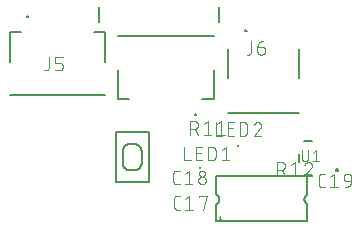
<source format=gbr>
G04 EAGLE Gerber RS-274X export*
G75*
%MOMM*%
%FSLAX34Y34*%
%LPD*%
%INSilkscreen Top*%
%IPPOS*%
%AMOC8*
5,1,8,0,0,1.08239X$1,22.5*%
G01*
%ADD10C,0.203200*%
%ADD11R,0.250000X0.250000*%
%ADD12C,0.101600*%
%ADD13C,0.200000*%
%ADD14C,0.127000*%
%ADD15C,0.076200*%
%ADD16C,0.025400*%


D10*
X355504Y445541D02*
X355504Y432841D01*
X457104Y432841D02*
X457104Y445541D01*
D11*
X441414Y308491D03*
D12*
X427972Y315349D02*
X427972Y327033D01*
X427972Y315349D02*
X433165Y315349D01*
X437878Y315349D02*
X443071Y315349D01*
X437878Y315349D02*
X437878Y327033D01*
X443071Y327033D01*
X441773Y321840D02*
X437878Y321840D01*
X447762Y327033D02*
X447762Y315349D01*
X447762Y327033D02*
X451007Y327033D01*
X451120Y327031D01*
X451233Y327025D01*
X451346Y327015D01*
X451459Y327001D01*
X451571Y326984D01*
X451682Y326962D01*
X451792Y326937D01*
X451902Y326907D01*
X452010Y326874D01*
X452117Y326837D01*
X452223Y326797D01*
X452327Y326752D01*
X452430Y326704D01*
X452531Y326653D01*
X452630Y326598D01*
X452727Y326540D01*
X452822Y326478D01*
X452915Y326413D01*
X453005Y326345D01*
X453093Y326274D01*
X453179Y326199D01*
X453262Y326122D01*
X453342Y326042D01*
X453419Y325959D01*
X453494Y325873D01*
X453565Y325785D01*
X453633Y325695D01*
X453698Y325602D01*
X453760Y325507D01*
X453818Y325410D01*
X453873Y325311D01*
X453924Y325210D01*
X453972Y325107D01*
X454017Y325003D01*
X454057Y324897D01*
X454094Y324790D01*
X454127Y324682D01*
X454157Y324572D01*
X454182Y324462D01*
X454204Y324351D01*
X454221Y324239D01*
X454235Y324126D01*
X454245Y324013D01*
X454251Y323900D01*
X454253Y323787D01*
X454253Y318594D01*
X454251Y318481D01*
X454245Y318368D01*
X454235Y318255D01*
X454221Y318142D01*
X454204Y318030D01*
X454182Y317919D01*
X454157Y317809D01*
X454127Y317699D01*
X454094Y317591D01*
X454057Y317484D01*
X454017Y317378D01*
X453972Y317274D01*
X453924Y317171D01*
X453873Y317070D01*
X453818Y316971D01*
X453760Y316874D01*
X453698Y316779D01*
X453633Y316686D01*
X453565Y316596D01*
X453494Y316508D01*
X453419Y316422D01*
X453342Y316339D01*
X453262Y316259D01*
X453179Y316182D01*
X453093Y316107D01*
X453005Y316036D01*
X452915Y315968D01*
X452822Y315903D01*
X452727Y315841D01*
X452630Y315783D01*
X452531Y315728D01*
X452430Y315677D01*
X452327Y315629D01*
X452223Y315584D01*
X452117Y315544D01*
X452010Y315507D01*
X451902Y315474D01*
X451792Y315444D01*
X451682Y315419D01*
X451571Y315397D01*
X451459Y315380D01*
X451346Y315366D01*
X451233Y315356D01*
X451120Y315350D01*
X451007Y315348D01*
X451007Y315349D02*
X447762Y315349D01*
X459573Y324436D02*
X462818Y327033D01*
X462818Y315349D01*
X459573Y315349D02*
X466064Y315349D01*
D11*
X473255Y327134D03*
D12*
X454844Y336039D02*
X454844Y347723D01*
X454844Y336039D02*
X460037Y336039D01*
X464750Y336039D02*
X469943Y336039D01*
X464750Y336039D02*
X464750Y347723D01*
X469943Y347723D01*
X468644Y342531D02*
X464750Y342531D01*
X474633Y347723D02*
X474633Y336039D01*
X474633Y347723D02*
X477879Y347723D01*
X477879Y347724D02*
X477992Y347722D01*
X478105Y347716D01*
X478218Y347706D01*
X478331Y347692D01*
X478443Y347675D01*
X478554Y347653D01*
X478664Y347628D01*
X478774Y347598D01*
X478882Y347565D01*
X478989Y347528D01*
X479095Y347488D01*
X479199Y347443D01*
X479302Y347395D01*
X479403Y347344D01*
X479502Y347289D01*
X479599Y347231D01*
X479694Y347169D01*
X479787Y347104D01*
X479877Y347036D01*
X479965Y346965D01*
X480051Y346890D01*
X480134Y346813D01*
X480214Y346733D01*
X480291Y346650D01*
X480366Y346564D01*
X480437Y346476D01*
X480505Y346386D01*
X480570Y346293D01*
X480632Y346198D01*
X480690Y346101D01*
X480745Y346002D01*
X480796Y345901D01*
X480844Y345798D01*
X480889Y345694D01*
X480929Y345588D01*
X480966Y345481D01*
X480999Y345373D01*
X481029Y345263D01*
X481054Y345153D01*
X481076Y345042D01*
X481093Y344930D01*
X481107Y344817D01*
X481117Y344704D01*
X481123Y344591D01*
X481125Y344478D01*
X481124Y344478D02*
X481124Y339285D01*
X481125Y339285D02*
X481123Y339172D01*
X481117Y339059D01*
X481107Y338946D01*
X481093Y338833D01*
X481076Y338721D01*
X481054Y338610D01*
X481029Y338500D01*
X480999Y338390D01*
X480966Y338282D01*
X480929Y338175D01*
X480889Y338069D01*
X480844Y337965D01*
X480796Y337862D01*
X480745Y337761D01*
X480690Y337662D01*
X480632Y337565D01*
X480570Y337470D01*
X480505Y337377D01*
X480437Y337287D01*
X480366Y337199D01*
X480291Y337113D01*
X480214Y337030D01*
X480134Y336950D01*
X480051Y336873D01*
X479965Y336798D01*
X479877Y336727D01*
X479787Y336659D01*
X479694Y336594D01*
X479599Y336532D01*
X479502Y336474D01*
X479403Y336419D01*
X479302Y336368D01*
X479199Y336320D01*
X479095Y336275D01*
X478989Y336235D01*
X478882Y336198D01*
X478774Y336165D01*
X478664Y336135D01*
X478554Y336110D01*
X478443Y336088D01*
X478331Y336071D01*
X478218Y336057D01*
X478105Y336047D01*
X477992Y336041D01*
X477879Y336039D01*
X474633Y336039D01*
X490014Y347723D02*
X490121Y347721D01*
X490227Y347715D01*
X490333Y347705D01*
X490439Y347692D01*
X490545Y347674D01*
X490649Y347653D01*
X490753Y347628D01*
X490856Y347599D01*
X490957Y347567D01*
X491057Y347530D01*
X491156Y347490D01*
X491254Y347447D01*
X491350Y347400D01*
X491444Y347349D01*
X491536Y347295D01*
X491626Y347238D01*
X491714Y347178D01*
X491799Y347114D01*
X491882Y347047D01*
X491963Y346977D01*
X492041Y346905D01*
X492117Y346829D01*
X492189Y346751D01*
X492259Y346670D01*
X492326Y346587D01*
X492390Y346502D01*
X492450Y346414D01*
X492507Y346324D01*
X492561Y346232D01*
X492612Y346138D01*
X492659Y346042D01*
X492702Y345944D01*
X492742Y345845D01*
X492779Y345745D01*
X492811Y345644D01*
X492840Y345541D01*
X492865Y345437D01*
X492886Y345333D01*
X492904Y345227D01*
X492917Y345121D01*
X492927Y345015D01*
X492933Y344909D01*
X492935Y344802D01*
X490014Y347724D02*
X489893Y347722D01*
X489772Y347716D01*
X489652Y347706D01*
X489531Y347693D01*
X489412Y347675D01*
X489292Y347654D01*
X489174Y347629D01*
X489057Y347600D01*
X488940Y347567D01*
X488825Y347531D01*
X488711Y347490D01*
X488598Y347447D01*
X488486Y347399D01*
X488377Y347348D01*
X488269Y347293D01*
X488162Y347235D01*
X488058Y347174D01*
X487956Y347109D01*
X487856Y347041D01*
X487758Y346970D01*
X487662Y346896D01*
X487569Y346819D01*
X487479Y346738D01*
X487391Y346655D01*
X487306Y346569D01*
X487223Y346480D01*
X487144Y346389D01*
X487067Y346295D01*
X486994Y346199D01*
X486924Y346101D01*
X486857Y346000D01*
X486793Y345897D01*
X486733Y345792D01*
X486676Y345685D01*
X486622Y345577D01*
X486572Y345467D01*
X486526Y345355D01*
X486483Y345242D01*
X486444Y345127D01*
X491962Y342530D02*
X492041Y342607D01*
X492117Y342688D01*
X492190Y342771D01*
X492260Y342856D01*
X492327Y342944D01*
X492391Y343034D01*
X492451Y343126D01*
X492508Y343221D01*
X492562Y343317D01*
X492613Y343415D01*
X492660Y343515D01*
X492704Y343617D01*
X492744Y343720D01*
X492780Y343824D01*
X492812Y343930D01*
X492841Y344036D01*
X492866Y344144D01*
X492888Y344252D01*
X492905Y344362D01*
X492919Y344471D01*
X492928Y344581D01*
X492934Y344692D01*
X492936Y344802D01*
X491962Y342531D02*
X486444Y336039D01*
X492935Y336039D01*
D13*
X555878Y307178D02*
X555880Y307241D01*
X555886Y307303D01*
X555896Y307365D01*
X555909Y307427D01*
X555927Y307487D01*
X555948Y307546D01*
X555973Y307604D01*
X556002Y307660D01*
X556034Y307714D01*
X556069Y307766D01*
X556107Y307815D01*
X556149Y307863D01*
X556193Y307907D01*
X556241Y307949D01*
X556290Y307987D01*
X556342Y308022D01*
X556396Y308054D01*
X556452Y308083D01*
X556510Y308108D01*
X556569Y308129D01*
X556629Y308147D01*
X556691Y308160D01*
X556753Y308170D01*
X556815Y308176D01*
X556878Y308178D01*
X556941Y308176D01*
X557003Y308170D01*
X557065Y308160D01*
X557127Y308147D01*
X557187Y308129D01*
X557246Y308108D01*
X557304Y308083D01*
X557360Y308054D01*
X557414Y308022D01*
X557466Y307987D01*
X557515Y307949D01*
X557563Y307907D01*
X557607Y307863D01*
X557649Y307815D01*
X557687Y307766D01*
X557722Y307714D01*
X557754Y307660D01*
X557783Y307604D01*
X557808Y307546D01*
X557829Y307487D01*
X557847Y307427D01*
X557860Y307365D01*
X557870Y307303D01*
X557876Y307241D01*
X557878Y307178D01*
X557876Y307115D01*
X557870Y307053D01*
X557860Y306991D01*
X557847Y306929D01*
X557829Y306869D01*
X557808Y306810D01*
X557783Y306752D01*
X557754Y306696D01*
X557722Y306642D01*
X557687Y306590D01*
X557649Y306541D01*
X557607Y306493D01*
X557563Y306449D01*
X557515Y306407D01*
X557466Y306369D01*
X557414Y306334D01*
X557360Y306302D01*
X557304Y306273D01*
X557246Y306248D01*
X557187Y306227D01*
X557127Y306209D01*
X557065Y306196D01*
X557003Y306186D01*
X556941Y306180D01*
X556878Y306178D01*
X556815Y306180D01*
X556753Y306186D01*
X556691Y306196D01*
X556629Y306209D01*
X556569Y306227D01*
X556510Y306248D01*
X556452Y306273D01*
X556396Y306302D01*
X556342Y306334D01*
X556290Y306369D01*
X556241Y306407D01*
X556193Y306449D01*
X556149Y306493D01*
X556107Y306541D01*
X556069Y306590D01*
X556034Y306642D01*
X556002Y306696D01*
X555973Y306752D01*
X555948Y306810D01*
X555927Y306869D01*
X555909Y306929D01*
X555896Y306991D01*
X555886Y307053D01*
X555880Y307115D01*
X555878Y307178D01*
D14*
X536078Y303178D02*
X529478Y303178D01*
X524778Y314328D02*
X524778Y321028D01*
X529478Y332178D02*
X536078Y332178D01*
D15*
X527504Y323916D02*
X527504Y317129D01*
X527503Y317129D02*
X527505Y317028D01*
X527511Y316927D01*
X527521Y316826D01*
X527534Y316726D01*
X527552Y316626D01*
X527573Y316527D01*
X527599Y316429D01*
X527628Y316332D01*
X527660Y316236D01*
X527697Y316142D01*
X527737Y316049D01*
X527781Y315957D01*
X527828Y315868D01*
X527879Y315780D01*
X527933Y315694D01*
X527990Y315611D01*
X528050Y315529D01*
X528114Y315451D01*
X528180Y315374D01*
X528250Y315301D01*
X528322Y315230D01*
X528397Y315162D01*
X528475Y315097D01*
X528555Y315035D01*
X528637Y314976D01*
X528722Y314920D01*
X528809Y314868D01*
X528897Y314819D01*
X528988Y314773D01*
X529080Y314732D01*
X529174Y314693D01*
X529269Y314659D01*
X529365Y314628D01*
X529463Y314601D01*
X529561Y314577D01*
X529661Y314558D01*
X529761Y314542D01*
X529861Y314530D01*
X529962Y314522D01*
X530063Y314518D01*
X530165Y314518D01*
X530266Y314522D01*
X530367Y314530D01*
X530467Y314542D01*
X530567Y314558D01*
X530667Y314577D01*
X530765Y314601D01*
X530863Y314628D01*
X530959Y314659D01*
X531054Y314693D01*
X531148Y314732D01*
X531240Y314773D01*
X531331Y314819D01*
X531420Y314868D01*
X531506Y314920D01*
X531591Y314976D01*
X531673Y315035D01*
X531753Y315097D01*
X531831Y315162D01*
X531906Y315230D01*
X531978Y315301D01*
X532048Y315374D01*
X532114Y315451D01*
X532178Y315529D01*
X532238Y315611D01*
X532295Y315694D01*
X532349Y315780D01*
X532400Y315868D01*
X532447Y315957D01*
X532491Y316049D01*
X532531Y316142D01*
X532568Y316236D01*
X532600Y316332D01*
X532629Y316429D01*
X532655Y316527D01*
X532676Y316626D01*
X532694Y316726D01*
X532707Y316826D01*
X532717Y316927D01*
X532723Y317028D01*
X532725Y317129D01*
X532725Y323916D01*
X536953Y321828D02*
X539563Y323916D01*
X539563Y314518D01*
X536953Y314518D02*
X542174Y314518D01*
D13*
X361043Y370472D02*
X280043Y370472D01*
X280043Y398972D02*
X280043Y423972D01*
X361043Y423972D02*
X361043Y398972D01*
X289593Y423972D02*
X280043Y423972D01*
X351493Y423972D02*
X361043Y423972D01*
X294960Y437242D02*
X294962Y437284D01*
X294968Y437326D01*
X294978Y437368D01*
X294991Y437408D01*
X295009Y437447D01*
X295030Y437484D01*
X295054Y437518D01*
X295082Y437551D01*
X295112Y437581D01*
X295145Y437607D01*
X295180Y437631D01*
X295218Y437651D01*
X295257Y437667D01*
X295297Y437680D01*
X295339Y437689D01*
X295381Y437694D01*
X295424Y437695D01*
X295466Y437692D01*
X295508Y437685D01*
X295549Y437674D01*
X295589Y437659D01*
X295627Y437641D01*
X295664Y437619D01*
X295698Y437594D01*
X295730Y437566D01*
X295758Y437535D01*
X295784Y437501D01*
X295807Y437465D01*
X295826Y437428D01*
X295842Y437388D01*
X295854Y437347D01*
X295862Y437306D01*
X295866Y437263D01*
X295866Y437221D01*
X295862Y437178D01*
X295854Y437137D01*
X295842Y437096D01*
X295826Y437056D01*
X295807Y437019D01*
X295784Y436983D01*
X295758Y436949D01*
X295730Y436918D01*
X295698Y436890D01*
X295664Y436865D01*
X295627Y436843D01*
X295589Y436825D01*
X295549Y436810D01*
X295508Y436799D01*
X295466Y436792D01*
X295424Y436789D01*
X295381Y436790D01*
X295339Y436795D01*
X295297Y436804D01*
X295257Y436817D01*
X295218Y436833D01*
X295180Y436853D01*
X295145Y436877D01*
X295112Y436903D01*
X295082Y436933D01*
X295054Y436966D01*
X295030Y437000D01*
X295009Y437037D01*
X294991Y437076D01*
X294978Y437116D01*
X294968Y437158D01*
X294962Y437200D01*
X294960Y437242D01*
D12*
X313008Y403204D02*
X313008Y394116D01*
X313006Y394017D01*
X313000Y393917D01*
X312991Y393818D01*
X312978Y393720D01*
X312961Y393622D01*
X312940Y393524D01*
X312915Y393428D01*
X312887Y393333D01*
X312855Y393239D01*
X312820Y393146D01*
X312781Y393054D01*
X312738Y392964D01*
X312693Y392876D01*
X312643Y392789D01*
X312591Y392705D01*
X312535Y392622D01*
X312477Y392542D01*
X312415Y392464D01*
X312350Y392389D01*
X312282Y392316D01*
X312212Y392246D01*
X312139Y392178D01*
X312064Y392113D01*
X311986Y392051D01*
X311906Y391993D01*
X311823Y391937D01*
X311739Y391885D01*
X311652Y391835D01*
X311564Y391790D01*
X311474Y391747D01*
X311382Y391708D01*
X311289Y391673D01*
X311195Y391641D01*
X311100Y391613D01*
X311004Y391588D01*
X310906Y391567D01*
X310808Y391550D01*
X310710Y391537D01*
X310611Y391528D01*
X310511Y391522D01*
X310412Y391520D01*
X309113Y391520D01*
X318281Y391520D02*
X322176Y391520D01*
X322275Y391522D01*
X322375Y391528D01*
X322474Y391537D01*
X322572Y391550D01*
X322670Y391567D01*
X322768Y391588D01*
X322864Y391613D01*
X322959Y391641D01*
X323053Y391673D01*
X323146Y391708D01*
X323238Y391747D01*
X323328Y391790D01*
X323416Y391835D01*
X323503Y391885D01*
X323587Y391937D01*
X323670Y391993D01*
X323750Y392051D01*
X323828Y392113D01*
X323903Y392178D01*
X323976Y392246D01*
X324046Y392316D01*
X324114Y392389D01*
X324179Y392464D01*
X324241Y392542D01*
X324299Y392622D01*
X324355Y392705D01*
X324407Y392789D01*
X324457Y392876D01*
X324502Y392964D01*
X324545Y393054D01*
X324584Y393146D01*
X324619Y393239D01*
X324651Y393333D01*
X324679Y393428D01*
X324704Y393524D01*
X324725Y393622D01*
X324742Y393720D01*
X324755Y393818D01*
X324764Y393917D01*
X324770Y394017D01*
X324772Y394116D01*
X324773Y394116D02*
X324773Y395414D01*
X324772Y395414D02*
X324770Y395513D01*
X324764Y395613D01*
X324755Y395712D01*
X324742Y395810D01*
X324725Y395908D01*
X324704Y396006D01*
X324679Y396102D01*
X324651Y396197D01*
X324619Y396291D01*
X324584Y396384D01*
X324545Y396476D01*
X324502Y396566D01*
X324457Y396654D01*
X324407Y396741D01*
X324355Y396825D01*
X324299Y396908D01*
X324241Y396988D01*
X324179Y397066D01*
X324114Y397141D01*
X324046Y397214D01*
X323976Y397284D01*
X323903Y397352D01*
X323828Y397417D01*
X323750Y397479D01*
X323670Y397537D01*
X323587Y397593D01*
X323503Y397645D01*
X323416Y397695D01*
X323328Y397740D01*
X323238Y397783D01*
X323146Y397822D01*
X323053Y397857D01*
X322959Y397889D01*
X322864Y397917D01*
X322768Y397942D01*
X322670Y397963D01*
X322572Y397980D01*
X322474Y397993D01*
X322375Y398002D01*
X322275Y398008D01*
X322176Y398010D01*
X322176Y398011D02*
X318281Y398011D01*
X318281Y403204D01*
X324773Y403204D01*
D13*
X464751Y409369D02*
X464751Y384889D01*
X464751Y355869D02*
X524751Y355869D01*
X524751Y384889D02*
X524751Y409369D01*
X479451Y425109D02*
X479453Y425154D01*
X479459Y425199D01*
X479469Y425244D01*
X479482Y425287D01*
X479500Y425329D01*
X479521Y425369D01*
X479545Y425407D01*
X479573Y425443D01*
X479603Y425477D01*
X479637Y425507D01*
X479673Y425535D01*
X479711Y425559D01*
X479751Y425580D01*
X479793Y425598D01*
X479836Y425611D01*
X479881Y425621D01*
X479926Y425627D01*
X479971Y425629D01*
X480016Y425627D01*
X480061Y425621D01*
X480106Y425611D01*
X480149Y425598D01*
X480191Y425580D01*
X480231Y425559D01*
X480269Y425535D01*
X480305Y425507D01*
X480339Y425477D01*
X480369Y425443D01*
X480397Y425407D01*
X480421Y425369D01*
X480442Y425329D01*
X480460Y425287D01*
X480473Y425244D01*
X480483Y425199D01*
X480489Y425154D01*
X480491Y425109D01*
X480489Y425064D01*
X480483Y425019D01*
X480473Y424974D01*
X480460Y424931D01*
X480442Y424889D01*
X480421Y424849D01*
X480397Y424811D01*
X480369Y424775D01*
X480339Y424741D01*
X480305Y424711D01*
X480269Y424683D01*
X480231Y424659D01*
X480191Y424638D01*
X480149Y424620D01*
X480106Y424607D01*
X480061Y424597D01*
X480016Y424591D01*
X479971Y424589D01*
X479926Y424591D01*
X479881Y424597D01*
X479836Y424607D01*
X479793Y424620D01*
X479751Y424638D01*
X479711Y424659D01*
X479673Y424683D01*
X479637Y424711D01*
X479603Y424741D01*
X479573Y424775D01*
X479545Y424811D01*
X479521Y424849D01*
X479500Y424889D01*
X479482Y424931D01*
X479469Y424974D01*
X479459Y425019D01*
X479453Y425064D01*
X479451Y425109D01*
D12*
X484390Y416501D02*
X484390Y407414D01*
X484389Y407414D02*
X484387Y407315D01*
X484381Y407215D01*
X484372Y407116D01*
X484359Y407018D01*
X484342Y406920D01*
X484321Y406822D01*
X484296Y406726D01*
X484268Y406631D01*
X484236Y406537D01*
X484201Y406444D01*
X484162Y406352D01*
X484119Y406262D01*
X484074Y406174D01*
X484024Y406087D01*
X483972Y406003D01*
X483916Y405920D01*
X483858Y405840D01*
X483796Y405762D01*
X483731Y405687D01*
X483663Y405614D01*
X483593Y405544D01*
X483520Y405476D01*
X483445Y405411D01*
X483367Y405349D01*
X483287Y405291D01*
X483204Y405235D01*
X483120Y405183D01*
X483033Y405133D01*
X482945Y405088D01*
X482855Y405045D01*
X482763Y405006D01*
X482670Y404971D01*
X482576Y404939D01*
X482481Y404911D01*
X482385Y404886D01*
X482287Y404865D01*
X482189Y404848D01*
X482091Y404835D01*
X481992Y404826D01*
X481892Y404820D01*
X481793Y404818D01*
X481793Y404817D02*
X480495Y404817D01*
X489663Y411308D02*
X493558Y411308D01*
X493657Y411306D01*
X493757Y411300D01*
X493856Y411291D01*
X493954Y411278D01*
X494052Y411261D01*
X494150Y411240D01*
X494246Y411215D01*
X494341Y411187D01*
X494435Y411155D01*
X494528Y411120D01*
X494620Y411081D01*
X494710Y411038D01*
X494798Y410993D01*
X494885Y410943D01*
X494969Y410891D01*
X495052Y410835D01*
X495132Y410777D01*
X495210Y410715D01*
X495285Y410650D01*
X495358Y410582D01*
X495428Y410512D01*
X495496Y410439D01*
X495561Y410364D01*
X495623Y410286D01*
X495681Y410206D01*
X495737Y410123D01*
X495789Y410039D01*
X495839Y409952D01*
X495884Y409864D01*
X495927Y409774D01*
X495966Y409682D01*
X496001Y409589D01*
X496033Y409495D01*
X496061Y409400D01*
X496086Y409304D01*
X496107Y409206D01*
X496124Y409108D01*
X496137Y409010D01*
X496146Y408911D01*
X496152Y408811D01*
X496154Y408712D01*
X496154Y408063D01*
X496155Y408063D02*
X496153Y407950D01*
X496147Y407837D01*
X496137Y407724D01*
X496123Y407611D01*
X496106Y407499D01*
X496084Y407388D01*
X496059Y407278D01*
X496029Y407168D01*
X495996Y407060D01*
X495959Y406953D01*
X495919Y406847D01*
X495874Y406743D01*
X495826Y406640D01*
X495775Y406539D01*
X495720Y406440D01*
X495662Y406343D01*
X495600Y406248D01*
X495535Y406155D01*
X495467Y406065D01*
X495396Y405977D01*
X495321Y405891D01*
X495244Y405808D01*
X495164Y405728D01*
X495081Y405651D01*
X494995Y405576D01*
X494907Y405505D01*
X494817Y405437D01*
X494724Y405372D01*
X494629Y405310D01*
X494532Y405252D01*
X494433Y405197D01*
X494332Y405146D01*
X494229Y405098D01*
X494125Y405053D01*
X494019Y405013D01*
X493912Y404976D01*
X493804Y404943D01*
X493694Y404913D01*
X493584Y404888D01*
X493473Y404866D01*
X493361Y404849D01*
X493248Y404835D01*
X493135Y404825D01*
X493022Y404819D01*
X492909Y404817D01*
X492796Y404819D01*
X492683Y404825D01*
X492570Y404835D01*
X492457Y404849D01*
X492345Y404866D01*
X492234Y404888D01*
X492124Y404913D01*
X492014Y404943D01*
X491906Y404976D01*
X491799Y405013D01*
X491693Y405053D01*
X491589Y405098D01*
X491486Y405146D01*
X491385Y405197D01*
X491286Y405252D01*
X491189Y405310D01*
X491094Y405372D01*
X491001Y405437D01*
X490911Y405505D01*
X490823Y405576D01*
X490737Y405651D01*
X490654Y405728D01*
X490574Y405808D01*
X490497Y405891D01*
X490422Y405977D01*
X490351Y406065D01*
X490283Y406155D01*
X490218Y406248D01*
X490156Y406343D01*
X490098Y406440D01*
X490043Y406539D01*
X489992Y406640D01*
X489944Y406743D01*
X489899Y406847D01*
X489859Y406953D01*
X489822Y407060D01*
X489789Y407168D01*
X489759Y407278D01*
X489734Y407388D01*
X489712Y407499D01*
X489695Y407611D01*
X489681Y407724D01*
X489671Y407837D01*
X489665Y407950D01*
X489663Y408063D01*
X489663Y411308D01*
X489665Y411451D01*
X489671Y411594D01*
X489681Y411737D01*
X489695Y411879D01*
X489712Y412021D01*
X489734Y412163D01*
X489759Y412304D01*
X489789Y412444D01*
X489822Y412583D01*
X489859Y412721D01*
X489900Y412858D01*
X489944Y412994D01*
X489993Y413129D01*
X490045Y413262D01*
X490100Y413394D01*
X490160Y413524D01*
X490223Y413653D01*
X490289Y413780D01*
X490359Y413904D01*
X490432Y414027D01*
X490509Y414148D01*
X490589Y414267D01*
X490672Y414383D01*
X490758Y414498D01*
X490847Y414609D01*
X490940Y414719D01*
X491035Y414825D01*
X491134Y414929D01*
X491235Y415030D01*
X491339Y415129D01*
X491445Y415224D01*
X491555Y415317D01*
X491666Y415406D01*
X491781Y415492D01*
X491897Y415575D01*
X492016Y415655D01*
X492137Y415732D01*
X492259Y415805D01*
X492384Y415875D01*
X492511Y415941D01*
X492640Y416004D01*
X492770Y416064D01*
X492902Y416119D01*
X493035Y416171D01*
X493170Y416220D01*
X493306Y416264D01*
X493443Y416305D01*
X493581Y416342D01*
X493720Y416375D01*
X493860Y416405D01*
X494001Y416430D01*
X494143Y416452D01*
X494285Y416469D01*
X494427Y416483D01*
X494570Y416493D01*
X494713Y416499D01*
X494856Y416501D01*
D10*
X532025Y263730D02*
X455025Y263730D01*
X532025Y263730D02*
X532025Y278730D01*
X532025Y286730D02*
X532025Y301730D01*
X455025Y301730D01*
X455025Y286730D01*
X455025Y278730D02*
X455025Y263730D01*
X455025Y278730D02*
X455143Y278788D01*
X455259Y278850D01*
X455373Y278915D01*
X455485Y278983D01*
X455595Y279055D01*
X455703Y279130D01*
X455809Y279208D01*
X455912Y279289D01*
X456013Y279373D01*
X456111Y279460D01*
X456207Y279550D01*
X456300Y279643D01*
X456390Y279739D01*
X456477Y279837D01*
X456562Y279938D01*
X456643Y280041D01*
X456721Y280146D01*
X456796Y280254D01*
X456868Y280364D01*
X456937Y280476D01*
X457002Y280590D01*
X457063Y280706D01*
X457122Y280824D01*
X457177Y280943D01*
X457228Y281064D01*
X457275Y281187D01*
X457319Y281310D01*
X457360Y281436D01*
X457396Y281562D01*
X457429Y281689D01*
X457458Y281817D01*
X457483Y281946D01*
X457504Y282076D01*
X457522Y282206D01*
X457535Y282336D01*
X457545Y282467D01*
X457551Y282599D01*
X457553Y282730D01*
X457551Y282861D01*
X457545Y282993D01*
X457535Y283124D01*
X457522Y283254D01*
X457504Y283384D01*
X457483Y283514D01*
X457458Y283643D01*
X457429Y283771D01*
X457396Y283898D01*
X457360Y284024D01*
X457319Y284150D01*
X457275Y284273D01*
X457228Y284396D01*
X457177Y284517D01*
X457122Y284636D01*
X457063Y284754D01*
X457002Y284870D01*
X456937Y284984D01*
X456868Y285096D01*
X456796Y285206D01*
X456721Y285314D01*
X456643Y285419D01*
X456562Y285522D01*
X456477Y285623D01*
X456390Y285721D01*
X456300Y285817D01*
X456207Y285910D01*
X456111Y286000D01*
X456013Y286087D01*
X455912Y286171D01*
X455809Y286252D01*
X455703Y286330D01*
X455595Y286405D01*
X455485Y286477D01*
X455373Y286545D01*
X455259Y286610D01*
X455143Y286672D01*
X455025Y286730D01*
X532025Y286730D02*
X531907Y286672D01*
X531791Y286610D01*
X531677Y286545D01*
X531565Y286477D01*
X531455Y286405D01*
X531347Y286330D01*
X531241Y286252D01*
X531138Y286171D01*
X531037Y286087D01*
X530939Y286000D01*
X530843Y285910D01*
X530750Y285817D01*
X530660Y285721D01*
X530573Y285623D01*
X530488Y285522D01*
X530407Y285419D01*
X530329Y285314D01*
X530254Y285206D01*
X530182Y285096D01*
X530113Y284984D01*
X530048Y284870D01*
X529987Y284754D01*
X529928Y284636D01*
X529873Y284517D01*
X529822Y284396D01*
X529775Y284273D01*
X529731Y284150D01*
X529690Y284024D01*
X529654Y283898D01*
X529621Y283771D01*
X529592Y283643D01*
X529567Y283514D01*
X529546Y283384D01*
X529528Y283254D01*
X529515Y283124D01*
X529505Y282993D01*
X529499Y282861D01*
X529497Y282730D01*
X529499Y282599D01*
X529505Y282467D01*
X529515Y282336D01*
X529528Y282206D01*
X529546Y282076D01*
X529567Y281946D01*
X529592Y281817D01*
X529621Y281689D01*
X529654Y281562D01*
X529690Y281436D01*
X529731Y281310D01*
X529775Y281187D01*
X529822Y281064D01*
X529873Y280943D01*
X529928Y280824D01*
X529987Y280706D01*
X530048Y280590D01*
X530113Y280476D01*
X530182Y280364D01*
X530254Y280254D01*
X530329Y280146D01*
X530407Y280041D01*
X530488Y279938D01*
X530573Y279837D01*
X530660Y279739D01*
X530750Y279643D01*
X530843Y279550D01*
X530939Y279460D01*
X531037Y279373D01*
X531138Y279289D01*
X531241Y279208D01*
X531347Y279130D01*
X531455Y279055D01*
X531565Y278983D01*
X531677Y278915D01*
X531791Y278850D01*
X531907Y278788D01*
X532025Y278730D01*
D16*
X457928Y268151D02*
X457152Y267530D01*
X457928Y268151D02*
X457928Y265357D01*
X457152Y265357D02*
X458704Y265357D01*
D13*
X452694Y420787D02*
X371694Y420787D01*
X452694Y392287D02*
X452694Y367287D01*
X371694Y367287D02*
X371694Y392287D01*
X443144Y367287D02*
X452694Y367287D01*
X381244Y367287D02*
X371694Y367287D01*
X436871Y354017D02*
X436873Y354059D01*
X436879Y354101D01*
X436889Y354143D01*
X436902Y354183D01*
X436920Y354222D01*
X436941Y354259D01*
X436965Y354293D01*
X436993Y354326D01*
X437023Y354356D01*
X437056Y354382D01*
X437091Y354406D01*
X437129Y354426D01*
X437168Y354442D01*
X437208Y354455D01*
X437250Y354464D01*
X437292Y354469D01*
X437335Y354470D01*
X437377Y354467D01*
X437419Y354460D01*
X437460Y354449D01*
X437500Y354434D01*
X437538Y354416D01*
X437575Y354394D01*
X437609Y354369D01*
X437641Y354341D01*
X437669Y354310D01*
X437695Y354276D01*
X437718Y354240D01*
X437737Y354203D01*
X437753Y354163D01*
X437765Y354122D01*
X437773Y354081D01*
X437777Y354038D01*
X437777Y353996D01*
X437773Y353953D01*
X437765Y353912D01*
X437753Y353871D01*
X437737Y353831D01*
X437718Y353794D01*
X437695Y353758D01*
X437669Y353724D01*
X437641Y353693D01*
X437609Y353665D01*
X437575Y353640D01*
X437538Y353618D01*
X437500Y353600D01*
X437460Y353585D01*
X437419Y353574D01*
X437377Y353567D01*
X437335Y353564D01*
X437292Y353565D01*
X437250Y353570D01*
X437208Y353579D01*
X437168Y353592D01*
X437129Y353608D01*
X437091Y353628D01*
X437056Y353652D01*
X437023Y353678D01*
X436993Y353708D01*
X436965Y353741D01*
X436941Y353775D01*
X436920Y353812D01*
X436902Y353851D01*
X436889Y353891D01*
X436879Y353933D01*
X436873Y353975D01*
X436871Y354017D01*
D14*
X397624Y339287D02*
X397624Y297287D01*
X369624Y297287D01*
X369624Y339287D01*
X397624Y339287D01*
X381624Y329287D02*
X381472Y329285D01*
X381320Y329279D01*
X381168Y329270D01*
X381017Y329256D01*
X380866Y329239D01*
X380715Y329218D01*
X380565Y329193D01*
X380416Y329164D01*
X380268Y329132D01*
X380120Y329095D01*
X379973Y329056D01*
X379828Y329012D01*
X379683Y328964D01*
X379540Y328914D01*
X379398Y328859D01*
X379258Y328801D01*
X379119Y328739D01*
X378982Y328674D01*
X378846Y328605D01*
X378712Y328533D01*
X378580Y328458D01*
X378450Y328379D01*
X378322Y328297D01*
X378196Y328212D01*
X378073Y328123D01*
X377951Y328032D01*
X377832Y327937D01*
X377716Y327840D01*
X377602Y327739D01*
X377490Y327636D01*
X377381Y327530D01*
X377275Y327421D01*
X377172Y327309D01*
X377071Y327195D01*
X376974Y327079D01*
X376879Y326960D01*
X376788Y326838D01*
X376699Y326715D01*
X376614Y326589D01*
X376532Y326461D01*
X376453Y326331D01*
X376378Y326199D01*
X376306Y326065D01*
X376237Y325929D01*
X376172Y325792D01*
X376110Y325653D01*
X376052Y325513D01*
X375997Y325371D01*
X375947Y325228D01*
X375899Y325083D01*
X375855Y324938D01*
X375816Y324791D01*
X375779Y324643D01*
X375747Y324495D01*
X375718Y324346D01*
X375693Y324196D01*
X375672Y324045D01*
X375655Y323894D01*
X375641Y323743D01*
X375632Y323591D01*
X375626Y323439D01*
X375624Y323287D01*
X381624Y329287D02*
X385624Y329287D01*
X385776Y329285D01*
X385928Y329279D01*
X386080Y329270D01*
X386231Y329256D01*
X386382Y329239D01*
X386533Y329218D01*
X386683Y329193D01*
X386832Y329164D01*
X386980Y329132D01*
X387128Y329095D01*
X387275Y329056D01*
X387420Y329012D01*
X387565Y328964D01*
X387708Y328914D01*
X387850Y328859D01*
X387990Y328801D01*
X388129Y328739D01*
X388266Y328674D01*
X388402Y328605D01*
X388536Y328533D01*
X388668Y328458D01*
X388798Y328379D01*
X388926Y328297D01*
X389052Y328212D01*
X389175Y328123D01*
X389297Y328032D01*
X389416Y327937D01*
X389532Y327840D01*
X389646Y327739D01*
X389758Y327636D01*
X389867Y327530D01*
X389973Y327421D01*
X390076Y327309D01*
X390177Y327195D01*
X390274Y327079D01*
X390369Y326960D01*
X390460Y326838D01*
X390549Y326715D01*
X390634Y326589D01*
X390716Y326461D01*
X390795Y326331D01*
X390870Y326199D01*
X390942Y326065D01*
X391011Y325929D01*
X391076Y325792D01*
X391138Y325653D01*
X391196Y325513D01*
X391251Y325371D01*
X391301Y325228D01*
X391349Y325083D01*
X391393Y324938D01*
X391432Y324791D01*
X391469Y324643D01*
X391501Y324495D01*
X391530Y324346D01*
X391555Y324196D01*
X391576Y324045D01*
X391593Y323894D01*
X391607Y323743D01*
X391616Y323591D01*
X391622Y323439D01*
X391624Y323287D01*
X391624Y313287D01*
X391622Y313135D01*
X391616Y312983D01*
X391607Y312831D01*
X391593Y312680D01*
X391576Y312529D01*
X391555Y312378D01*
X391530Y312228D01*
X391501Y312079D01*
X391469Y311931D01*
X391432Y311783D01*
X391393Y311636D01*
X391349Y311491D01*
X391301Y311346D01*
X391251Y311203D01*
X391196Y311061D01*
X391138Y310921D01*
X391076Y310782D01*
X391011Y310645D01*
X390942Y310509D01*
X390870Y310375D01*
X390795Y310243D01*
X390716Y310113D01*
X390634Y309985D01*
X390549Y309859D01*
X390460Y309736D01*
X390369Y309614D01*
X390274Y309495D01*
X390177Y309379D01*
X390076Y309265D01*
X389973Y309153D01*
X389867Y309044D01*
X389758Y308938D01*
X389646Y308835D01*
X389532Y308734D01*
X389416Y308637D01*
X389297Y308542D01*
X389175Y308451D01*
X389052Y308362D01*
X388926Y308277D01*
X388798Y308195D01*
X388668Y308116D01*
X388536Y308041D01*
X388402Y307969D01*
X388266Y307900D01*
X388129Y307835D01*
X387990Y307773D01*
X387850Y307715D01*
X387708Y307660D01*
X387565Y307610D01*
X387420Y307562D01*
X387275Y307518D01*
X387128Y307479D01*
X386980Y307442D01*
X386832Y307410D01*
X386683Y307381D01*
X386533Y307356D01*
X386382Y307335D01*
X386231Y307318D01*
X386080Y307304D01*
X385928Y307295D01*
X385776Y307289D01*
X385624Y307287D01*
X381624Y307287D01*
X381472Y307289D01*
X381320Y307295D01*
X381168Y307304D01*
X381017Y307318D01*
X380866Y307335D01*
X380715Y307356D01*
X380565Y307381D01*
X380416Y307410D01*
X380268Y307442D01*
X380120Y307479D01*
X379973Y307518D01*
X379828Y307562D01*
X379683Y307610D01*
X379540Y307660D01*
X379398Y307715D01*
X379258Y307773D01*
X379119Y307835D01*
X378982Y307900D01*
X378846Y307969D01*
X378712Y308041D01*
X378580Y308116D01*
X378450Y308195D01*
X378322Y308277D01*
X378196Y308362D01*
X378073Y308451D01*
X377951Y308542D01*
X377832Y308637D01*
X377716Y308734D01*
X377602Y308835D01*
X377490Y308938D01*
X377381Y309044D01*
X377275Y309153D01*
X377172Y309265D01*
X377071Y309379D01*
X376974Y309495D01*
X376879Y309614D01*
X376788Y309736D01*
X376699Y309859D01*
X376614Y309985D01*
X376532Y310113D01*
X376453Y310243D01*
X376378Y310375D01*
X376306Y310509D01*
X376237Y310645D01*
X376172Y310782D01*
X376110Y310921D01*
X376052Y311061D01*
X375997Y311203D01*
X375947Y311346D01*
X375899Y311491D01*
X375855Y311636D01*
X375816Y311783D01*
X375779Y311931D01*
X375747Y312079D01*
X375718Y312228D01*
X375693Y312378D01*
X375672Y312529D01*
X375655Y312680D01*
X375641Y312831D01*
X375632Y312983D01*
X375626Y313135D01*
X375624Y313287D01*
X375624Y323287D01*
D12*
X432976Y336829D02*
X432976Y348513D01*
X436222Y348513D01*
X436222Y348514D02*
X436335Y348512D01*
X436448Y348506D01*
X436561Y348496D01*
X436674Y348482D01*
X436786Y348465D01*
X436897Y348443D01*
X437007Y348418D01*
X437117Y348388D01*
X437225Y348355D01*
X437332Y348318D01*
X437438Y348278D01*
X437542Y348233D01*
X437645Y348185D01*
X437746Y348134D01*
X437845Y348079D01*
X437942Y348021D01*
X438037Y347959D01*
X438130Y347894D01*
X438220Y347826D01*
X438308Y347755D01*
X438394Y347680D01*
X438477Y347603D01*
X438557Y347523D01*
X438634Y347440D01*
X438709Y347354D01*
X438780Y347266D01*
X438848Y347176D01*
X438913Y347083D01*
X438975Y346988D01*
X439033Y346891D01*
X439088Y346792D01*
X439139Y346691D01*
X439187Y346588D01*
X439232Y346484D01*
X439272Y346378D01*
X439309Y346271D01*
X439342Y346163D01*
X439372Y346053D01*
X439397Y345943D01*
X439419Y345832D01*
X439436Y345720D01*
X439450Y345607D01*
X439460Y345494D01*
X439466Y345381D01*
X439468Y345268D01*
X439466Y345155D01*
X439460Y345042D01*
X439450Y344929D01*
X439436Y344816D01*
X439419Y344704D01*
X439397Y344593D01*
X439372Y344483D01*
X439342Y344373D01*
X439309Y344265D01*
X439272Y344158D01*
X439232Y344052D01*
X439187Y343948D01*
X439139Y343845D01*
X439088Y343744D01*
X439033Y343645D01*
X438975Y343548D01*
X438913Y343453D01*
X438848Y343360D01*
X438780Y343270D01*
X438709Y343182D01*
X438634Y343096D01*
X438557Y343013D01*
X438477Y342933D01*
X438394Y342856D01*
X438308Y342781D01*
X438220Y342710D01*
X438130Y342642D01*
X438037Y342577D01*
X437942Y342515D01*
X437845Y342457D01*
X437746Y342402D01*
X437645Y342351D01*
X437542Y342303D01*
X437438Y342258D01*
X437332Y342218D01*
X437225Y342181D01*
X437117Y342148D01*
X437007Y342118D01*
X436897Y342093D01*
X436786Y342071D01*
X436674Y342054D01*
X436561Y342040D01*
X436448Y342030D01*
X436335Y342024D01*
X436222Y342022D01*
X432976Y342022D01*
X436871Y342022D02*
X439467Y336829D01*
X444332Y345917D02*
X447578Y348513D01*
X447578Y336829D01*
X444332Y336829D02*
X450824Y336829D01*
X455762Y345917D02*
X459008Y348513D01*
X459008Y336829D01*
X462253Y336829D02*
X455762Y336829D01*
X506665Y313855D02*
X506665Y302171D01*
X506665Y313855D02*
X509911Y313855D01*
X509911Y313856D02*
X510024Y313854D01*
X510137Y313848D01*
X510250Y313838D01*
X510363Y313824D01*
X510475Y313807D01*
X510586Y313785D01*
X510696Y313760D01*
X510806Y313730D01*
X510914Y313697D01*
X511021Y313660D01*
X511127Y313620D01*
X511231Y313575D01*
X511334Y313527D01*
X511435Y313476D01*
X511534Y313421D01*
X511631Y313363D01*
X511726Y313301D01*
X511819Y313236D01*
X511909Y313168D01*
X511997Y313097D01*
X512083Y313022D01*
X512166Y312945D01*
X512246Y312865D01*
X512323Y312782D01*
X512398Y312696D01*
X512469Y312608D01*
X512537Y312518D01*
X512602Y312425D01*
X512664Y312330D01*
X512722Y312233D01*
X512777Y312134D01*
X512828Y312033D01*
X512876Y311930D01*
X512921Y311826D01*
X512961Y311720D01*
X512998Y311613D01*
X513031Y311505D01*
X513061Y311395D01*
X513086Y311285D01*
X513108Y311174D01*
X513125Y311062D01*
X513139Y310949D01*
X513149Y310836D01*
X513155Y310723D01*
X513157Y310610D01*
X513155Y310497D01*
X513149Y310384D01*
X513139Y310271D01*
X513125Y310158D01*
X513108Y310046D01*
X513086Y309935D01*
X513061Y309825D01*
X513031Y309715D01*
X512998Y309607D01*
X512961Y309500D01*
X512921Y309394D01*
X512876Y309290D01*
X512828Y309187D01*
X512777Y309086D01*
X512722Y308987D01*
X512664Y308890D01*
X512602Y308795D01*
X512537Y308702D01*
X512469Y308612D01*
X512398Y308524D01*
X512323Y308438D01*
X512246Y308355D01*
X512166Y308275D01*
X512083Y308198D01*
X511997Y308123D01*
X511909Y308052D01*
X511819Y307984D01*
X511726Y307919D01*
X511631Y307857D01*
X511534Y307799D01*
X511435Y307744D01*
X511334Y307693D01*
X511231Y307645D01*
X511127Y307600D01*
X511021Y307560D01*
X510914Y307523D01*
X510806Y307490D01*
X510696Y307460D01*
X510586Y307435D01*
X510475Y307413D01*
X510363Y307396D01*
X510250Y307382D01*
X510137Y307372D01*
X510024Y307366D01*
X509911Y307364D01*
X506665Y307364D01*
X510560Y307364D02*
X513156Y302171D01*
X518022Y311259D02*
X521267Y313855D01*
X521267Y302171D01*
X518022Y302171D02*
X524513Y302171D01*
X535943Y310934D02*
X535941Y311041D01*
X535935Y311147D01*
X535925Y311253D01*
X535912Y311359D01*
X535894Y311465D01*
X535873Y311569D01*
X535848Y311673D01*
X535819Y311776D01*
X535787Y311877D01*
X535750Y311977D01*
X535710Y312076D01*
X535667Y312174D01*
X535620Y312270D01*
X535569Y312364D01*
X535515Y312456D01*
X535458Y312546D01*
X535398Y312634D01*
X535334Y312719D01*
X535267Y312802D01*
X535197Y312883D01*
X535125Y312961D01*
X535049Y313037D01*
X534971Y313109D01*
X534890Y313179D01*
X534807Y313246D01*
X534722Y313310D01*
X534634Y313370D01*
X534544Y313427D01*
X534452Y313481D01*
X534358Y313532D01*
X534262Y313579D01*
X534164Y313622D01*
X534065Y313662D01*
X533965Y313699D01*
X533864Y313731D01*
X533761Y313760D01*
X533657Y313785D01*
X533553Y313806D01*
X533447Y313824D01*
X533341Y313837D01*
X533235Y313847D01*
X533129Y313853D01*
X533022Y313855D01*
X532901Y313853D01*
X532780Y313847D01*
X532660Y313837D01*
X532539Y313824D01*
X532420Y313806D01*
X532300Y313785D01*
X532182Y313760D01*
X532065Y313731D01*
X531948Y313698D01*
X531833Y313662D01*
X531719Y313621D01*
X531606Y313578D01*
X531494Y313530D01*
X531385Y313479D01*
X531277Y313424D01*
X531170Y313366D01*
X531066Y313305D01*
X530964Y313240D01*
X530864Y313172D01*
X530766Y313101D01*
X530670Y313027D01*
X530577Y312950D01*
X530487Y312869D01*
X530399Y312786D01*
X530314Y312700D01*
X530231Y312611D01*
X530152Y312520D01*
X530075Y312426D01*
X530002Y312330D01*
X529932Y312232D01*
X529865Y312131D01*
X529801Y312028D01*
X529741Y311923D01*
X529684Y311816D01*
X529630Y311708D01*
X529580Y311598D01*
X529534Y311486D01*
X529491Y311373D01*
X529452Y311258D01*
X534969Y308662D02*
X535048Y308739D01*
X535124Y308820D01*
X535197Y308903D01*
X535267Y308988D01*
X535334Y309076D01*
X535398Y309166D01*
X535458Y309258D01*
X535515Y309353D01*
X535569Y309449D01*
X535620Y309547D01*
X535667Y309647D01*
X535711Y309749D01*
X535751Y309852D01*
X535787Y309956D01*
X535819Y310062D01*
X535848Y310168D01*
X535873Y310276D01*
X535895Y310384D01*
X535912Y310494D01*
X535926Y310603D01*
X535935Y310713D01*
X535941Y310824D01*
X535943Y310934D01*
X534969Y308662D02*
X529452Y302171D01*
X535943Y302171D01*
X424369Y273594D02*
X421773Y273594D01*
X421674Y273596D01*
X421574Y273602D01*
X421475Y273611D01*
X421377Y273624D01*
X421279Y273641D01*
X421181Y273662D01*
X421085Y273687D01*
X420990Y273715D01*
X420896Y273747D01*
X420803Y273782D01*
X420711Y273821D01*
X420621Y273864D01*
X420533Y273909D01*
X420446Y273959D01*
X420362Y274011D01*
X420279Y274067D01*
X420199Y274125D01*
X420121Y274187D01*
X420046Y274252D01*
X419973Y274320D01*
X419903Y274390D01*
X419835Y274463D01*
X419770Y274538D01*
X419708Y274616D01*
X419650Y274696D01*
X419594Y274779D01*
X419542Y274863D01*
X419492Y274950D01*
X419447Y275038D01*
X419404Y275128D01*
X419365Y275220D01*
X419330Y275313D01*
X419298Y275407D01*
X419270Y275502D01*
X419245Y275598D01*
X419224Y275696D01*
X419207Y275794D01*
X419194Y275892D01*
X419185Y275991D01*
X419179Y276091D01*
X419177Y276190D01*
X419176Y276190D02*
X419176Y282681D01*
X419177Y282681D02*
X419179Y282780D01*
X419185Y282880D01*
X419194Y282979D01*
X419207Y283077D01*
X419224Y283175D01*
X419245Y283273D01*
X419270Y283369D01*
X419298Y283464D01*
X419330Y283558D01*
X419365Y283651D01*
X419404Y283743D01*
X419447Y283833D01*
X419492Y283921D01*
X419542Y284008D01*
X419594Y284092D01*
X419650Y284175D01*
X419708Y284255D01*
X419770Y284333D01*
X419835Y284408D01*
X419903Y284481D01*
X419973Y284551D01*
X420046Y284619D01*
X420121Y284684D01*
X420199Y284746D01*
X420279Y284804D01*
X420362Y284860D01*
X420446Y284912D01*
X420533Y284962D01*
X420621Y285007D01*
X420711Y285050D01*
X420803Y285089D01*
X420895Y285124D01*
X420990Y285156D01*
X421085Y285184D01*
X421181Y285209D01*
X421279Y285230D01*
X421377Y285247D01*
X421475Y285260D01*
X421574Y285269D01*
X421674Y285275D01*
X421773Y285277D01*
X421773Y285278D02*
X424369Y285278D01*
X428734Y282681D02*
X431980Y285278D01*
X431980Y273594D01*
X428734Y273594D02*
X435226Y273594D01*
X440164Y283979D02*
X440164Y285278D01*
X446656Y285278D01*
X443410Y273594D01*
X423800Y295097D02*
X421204Y295097D01*
X421204Y295098D02*
X421105Y295100D01*
X421005Y295106D01*
X420906Y295115D01*
X420808Y295128D01*
X420710Y295145D01*
X420612Y295166D01*
X420516Y295191D01*
X420421Y295219D01*
X420327Y295251D01*
X420234Y295286D01*
X420142Y295325D01*
X420052Y295368D01*
X419964Y295413D01*
X419877Y295463D01*
X419793Y295515D01*
X419710Y295571D01*
X419630Y295629D01*
X419552Y295691D01*
X419477Y295756D01*
X419404Y295824D01*
X419334Y295894D01*
X419266Y295967D01*
X419201Y296042D01*
X419139Y296120D01*
X419081Y296200D01*
X419025Y296283D01*
X418973Y296367D01*
X418923Y296454D01*
X418878Y296542D01*
X418835Y296632D01*
X418796Y296724D01*
X418761Y296817D01*
X418729Y296911D01*
X418701Y297006D01*
X418676Y297102D01*
X418655Y297200D01*
X418638Y297298D01*
X418625Y297396D01*
X418616Y297495D01*
X418610Y297595D01*
X418608Y297694D01*
X418607Y297694D02*
X418607Y304185D01*
X418608Y304185D02*
X418610Y304284D01*
X418616Y304384D01*
X418625Y304483D01*
X418638Y304581D01*
X418655Y304679D01*
X418676Y304777D01*
X418701Y304873D01*
X418729Y304968D01*
X418761Y305062D01*
X418796Y305155D01*
X418835Y305247D01*
X418878Y305337D01*
X418923Y305425D01*
X418973Y305512D01*
X419025Y305596D01*
X419081Y305679D01*
X419139Y305759D01*
X419201Y305837D01*
X419266Y305912D01*
X419334Y305985D01*
X419404Y306055D01*
X419477Y306123D01*
X419552Y306188D01*
X419630Y306250D01*
X419710Y306308D01*
X419793Y306364D01*
X419877Y306416D01*
X419964Y306466D01*
X420052Y306511D01*
X420142Y306554D01*
X420234Y306593D01*
X420326Y306628D01*
X420421Y306660D01*
X420516Y306688D01*
X420612Y306713D01*
X420710Y306734D01*
X420808Y306751D01*
X420906Y306764D01*
X421005Y306773D01*
X421105Y306779D01*
X421204Y306781D01*
X423800Y306781D01*
X428165Y304185D02*
X431411Y306781D01*
X431411Y295097D01*
X428165Y295097D02*
X434657Y295097D01*
X439595Y298343D02*
X439597Y298456D01*
X439603Y298569D01*
X439613Y298682D01*
X439627Y298795D01*
X439644Y298907D01*
X439666Y299018D01*
X439691Y299128D01*
X439721Y299238D01*
X439754Y299346D01*
X439791Y299453D01*
X439831Y299559D01*
X439876Y299663D01*
X439924Y299766D01*
X439975Y299867D01*
X440030Y299966D01*
X440088Y300063D01*
X440150Y300158D01*
X440215Y300251D01*
X440283Y300341D01*
X440354Y300429D01*
X440429Y300515D01*
X440506Y300598D01*
X440586Y300678D01*
X440669Y300755D01*
X440755Y300830D01*
X440843Y300901D01*
X440933Y300969D01*
X441026Y301034D01*
X441121Y301096D01*
X441218Y301154D01*
X441317Y301209D01*
X441418Y301260D01*
X441521Y301308D01*
X441625Y301353D01*
X441731Y301393D01*
X441838Y301430D01*
X441946Y301463D01*
X442056Y301493D01*
X442166Y301518D01*
X442277Y301540D01*
X442389Y301557D01*
X442502Y301571D01*
X442615Y301581D01*
X442728Y301587D01*
X442841Y301589D01*
X442954Y301587D01*
X443067Y301581D01*
X443180Y301571D01*
X443293Y301557D01*
X443405Y301540D01*
X443516Y301518D01*
X443626Y301493D01*
X443736Y301463D01*
X443844Y301430D01*
X443951Y301393D01*
X444057Y301353D01*
X444161Y301308D01*
X444264Y301260D01*
X444365Y301209D01*
X444464Y301154D01*
X444561Y301096D01*
X444656Y301034D01*
X444749Y300969D01*
X444839Y300901D01*
X444927Y300830D01*
X445013Y300755D01*
X445096Y300678D01*
X445176Y300598D01*
X445253Y300515D01*
X445328Y300429D01*
X445399Y300341D01*
X445467Y300251D01*
X445532Y300158D01*
X445594Y300063D01*
X445652Y299966D01*
X445707Y299867D01*
X445758Y299766D01*
X445806Y299663D01*
X445851Y299559D01*
X445891Y299453D01*
X445928Y299346D01*
X445961Y299238D01*
X445991Y299128D01*
X446016Y299018D01*
X446038Y298907D01*
X446055Y298795D01*
X446069Y298682D01*
X446079Y298569D01*
X446085Y298456D01*
X446087Y298343D01*
X446085Y298230D01*
X446079Y298117D01*
X446069Y298004D01*
X446055Y297891D01*
X446038Y297779D01*
X446016Y297668D01*
X445991Y297558D01*
X445961Y297448D01*
X445928Y297340D01*
X445891Y297233D01*
X445851Y297127D01*
X445806Y297023D01*
X445758Y296920D01*
X445707Y296819D01*
X445652Y296720D01*
X445594Y296623D01*
X445532Y296528D01*
X445467Y296435D01*
X445399Y296345D01*
X445328Y296257D01*
X445253Y296171D01*
X445176Y296088D01*
X445096Y296008D01*
X445013Y295931D01*
X444927Y295856D01*
X444839Y295785D01*
X444749Y295717D01*
X444656Y295652D01*
X444561Y295590D01*
X444464Y295532D01*
X444365Y295477D01*
X444264Y295426D01*
X444161Y295378D01*
X444057Y295333D01*
X443951Y295293D01*
X443844Y295256D01*
X443736Y295223D01*
X443626Y295193D01*
X443516Y295168D01*
X443405Y295146D01*
X443293Y295129D01*
X443180Y295115D01*
X443067Y295105D01*
X442954Y295099D01*
X442841Y295097D01*
X442728Y295099D01*
X442615Y295105D01*
X442502Y295115D01*
X442389Y295129D01*
X442277Y295146D01*
X442166Y295168D01*
X442056Y295193D01*
X441946Y295223D01*
X441838Y295256D01*
X441731Y295293D01*
X441625Y295333D01*
X441521Y295378D01*
X441418Y295426D01*
X441317Y295477D01*
X441218Y295532D01*
X441121Y295590D01*
X441026Y295652D01*
X440933Y295717D01*
X440843Y295785D01*
X440755Y295856D01*
X440669Y295931D01*
X440586Y296008D01*
X440506Y296088D01*
X440429Y296171D01*
X440354Y296257D01*
X440283Y296345D01*
X440215Y296435D01*
X440150Y296528D01*
X440088Y296623D01*
X440030Y296720D01*
X439975Y296819D01*
X439924Y296920D01*
X439876Y297023D01*
X439831Y297127D01*
X439791Y297233D01*
X439754Y297340D01*
X439721Y297448D01*
X439691Y297558D01*
X439666Y297668D01*
X439644Y297779D01*
X439627Y297891D01*
X439613Y298004D01*
X439603Y298117D01*
X439597Y298230D01*
X439595Y298343D01*
X440245Y304185D02*
X440247Y304286D01*
X440253Y304386D01*
X440263Y304486D01*
X440276Y304586D01*
X440294Y304685D01*
X440315Y304784D01*
X440340Y304881D01*
X440369Y304978D01*
X440402Y305073D01*
X440438Y305167D01*
X440478Y305259D01*
X440521Y305350D01*
X440568Y305439D01*
X440618Y305526D01*
X440672Y305612D01*
X440729Y305695D01*
X440789Y305775D01*
X440852Y305854D01*
X440919Y305930D01*
X440988Y306003D01*
X441060Y306073D01*
X441134Y306141D01*
X441211Y306206D01*
X441291Y306267D01*
X441373Y306326D01*
X441457Y306381D01*
X441543Y306433D01*
X441631Y306482D01*
X441721Y306527D01*
X441813Y306569D01*
X441906Y306607D01*
X442001Y306641D01*
X442096Y306672D01*
X442193Y306699D01*
X442291Y306722D01*
X442390Y306742D01*
X442490Y306757D01*
X442590Y306769D01*
X442690Y306777D01*
X442791Y306781D01*
X442891Y306781D01*
X442992Y306777D01*
X443092Y306769D01*
X443192Y306757D01*
X443292Y306742D01*
X443391Y306722D01*
X443489Y306699D01*
X443586Y306672D01*
X443681Y306641D01*
X443776Y306607D01*
X443869Y306569D01*
X443961Y306527D01*
X444051Y306482D01*
X444139Y306433D01*
X444225Y306381D01*
X444309Y306326D01*
X444391Y306267D01*
X444471Y306206D01*
X444548Y306141D01*
X444622Y306073D01*
X444694Y306003D01*
X444763Y305930D01*
X444830Y305854D01*
X444893Y305775D01*
X444953Y305695D01*
X445010Y305612D01*
X445064Y305526D01*
X445114Y305439D01*
X445161Y305350D01*
X445204Y305259D01*
X445244Y305167D01*
X445280Y305073D01*
X445313Y304978D01*
X445342Y304881D01*
X445367Y304784D01*
X445388Y304685D01*
X445406Y304586D01*
X445419Y304486D01*
X445429Y304386D01*
X445435Y304286D01*
X445437Y304185D01*
X445435Y304084D01*
X445429Y303984D01*
X445419Y303884D01*
X445406Y303784D01*
X445388Y303685D01*
X445367Y303586D01*
X445342Y303489D01*
X445313Y303392D01*
X445280Y303297D01*
X445244Y303203D01*
X445204Y303111D01*
X445161Y303020D01*
X445114Y302931D01*
X445064Y302844D01*
X445010Y302758D01*
X444953Y302675D01*
X444893Y302595D01*
X444830Y302516D01*
X444763Y302440D01*
X444694Y302367D01*
X444622Y302297D01*
X444548Y302229D01*
X444471Y302164D01*
X444391Y302103D01*
X444309Y302044D01*
X444225Y301989D01*
X444139Y301937D01*
X444051Y301888D01*
X443961Y301843D01*
X443869Y301801D01*
X443776Y301763D01*
X443681Y301729D01*
X443586Y301698D01*
X443489Y301671D01*
X443391Y301648D01*
X443292Y301628D01*
X443192Y301613D01*
X443092Y301601D01*
X442992Y301593D01*
X442891Y301589D01*
X442791Y301589D01*
X442690Y301593D01*
X442590Y301601D01*
X442490Y301613D01*
X442390Y301628D01*
X442291Y301648D01*
X442193Y301671D01*
X442096Y301698D01*
X442001Y301729D01*
X441906Y301763D01*
X441813Y301801D01*
X441721Y301843D01*
X441631Y301888D01*
X441543Y301937D01*
X441457Y301989D01*
X441373Y302044D01*
X441291Y302103D01*
X441211Y302164D01*
X441134Y302229D01*
X441060Y302297D01*
X440988Y302367D01*
X440919Y302440D01*
X440852Y302516D01*
X440789Y302595D01*
X440729Y302675D01*
X440672Y302758D01*
X440618Y302844D01*
X440568Y302931D01*
X440521Y303020D01*
X440478Y303111D01*
X440438Y303203D01*
X440402Y303297D01*
X440369Y303392D01*
X440340Y303489D01*
X440315Y303586D01*
X440294Y303685D01*
X440276Y303784D01*
X440263Y303884D01*
X440253Y303984D01*
X440247Y304084D01*
X440245Y304185D01*
X544340Y292484D02*
X546937Y292484D01*
X544340Y292484D02*
X544241Y292486D01*
X544141Y292492D01*
X544042Y292501D01*
X543944Y292514D01*
X543846Y292531D01*
X543748Y292552D01*
X543652Y292577D01*
X543557Y292605D01*
X543463Y292637D01*
X543370Y292672D01*
X543278Y292711D01*
X543188Y292754D01*
X543100Y292799D01*
X543013Y292849D01*
X542929Y292901D01*
X542846Y292957D01*
X542766Y293015D01*
X542688Y293077D01*
X542613Y293142D01*
X542540Y293210D01*
X542470Y293280D01*
X542402Y293353D01*
X542337Y293428D01*
X542275Y293506D01*
X542217Y293586D01*
X542161Y293669D01*
X542109Y293753D01*
X542059Y293840D01*
X542014Y293928D01*
X541971Y294018D01*
X541932Y294110D01*
X541897Y294203D01*
X541865Y294297D01*
X541837Y294392D01*
X541812Y294488D01*
X541791Y294586D01*
X541774Y294684D01*
X541761Y294782D01*
X541752Y294881D01*
X541746Y294981D01*
X541744Y295080D01*
X541744Y301571D01*
X541746Y301670D01*
X541752Y301770D01*
X541761Y301869D01*
X541774Y301967D01*
X541791Y302065D01*
X541812Y302163D01*
X541837Y302259D01*
X541865Y302354D01*
X541897Y302448D01*
X541932Y302541D01*
X541971Y302633D01*
X542014Y302723D01*
X542059Y302811D01*
X542109Y302898D01*
X542161Y302982D01*
X542217Y303065D01*
X542275Y303145D01*
X542337Y303223D01*
X542402Y303298D01*
X542470Y303371D01*
X542540Y303441D01*
X542613Y303509D01*
X542688Y303574D01*
X542766Y303636D01*
X542846Y303694D01*
X542929Y303750D01*
X543013Y303802D01*
X543100Y303852D01*
X543188Y303897D01*
X543278Y303940D01*
X543370Y303979D01*
X543462Y304014D01*
X543557Y304046D01*
X543652Y304074D01*
X543748Y304099D01*
X543846Y304120D01*
X543944Y304137D01*
X544042Y304150D01*
X544141Y304159D01*
X544241Y304165D01*
X544340Y304167D01*
X544340Y304168D02*
X546937Y304168D01*
X551302Y301571D02*
X554548Y304168D01*
X554548Y292484D01*
X557793Y292484D02*
X551302Y292484D01*
X565329Y297676D02*
X569223Y297676D01*
X565329Y297677D02*
X565230Y297679D01*
X565130Y297685D01*
X565031Y297694D01*
X564933Y297707D01*
X564835Y297724D01*
X564737Y297745D01*
X564641Y297770D01*
X564546Y297798D01*
X564452Y297830D01*
X564359Y297865D01*
X564267Y297904D01*
X564177Y297947D01*
X564089Y297992D01*
X564002Y298042D01*
X563918Y298094D01*
X563835Y298150D01*
X563755Y298208D01*
X563677Y298270D01*
X563602Y298335D01*
X563529Y298403D01*
X563459Y298473D01*
X563391Y298546D01*
X563326Y298621D01*
X563264Y298699D01*
X563206Y298779D01*
X563150Y298862D01*
X563098Y298946D01*
X563048Y299033D01*
X563003Y299121D01*
X562960Y299211D01*
X562921Y299303D01*
X562886Y299396D01*
X562854Y299490D01*
X562826Y299585D01*
X562801Y299681D01*
X562780Y299779D01*
X562763Y299877D01*
X562750Y299975D01*
X562741Y300074D01*
X562735Y300174D01*
X562733Y300273D01*
X562732Y300273D02*
X562732Y300922D01*
X562734Y301035D01*
X562740Y301148D01*
X562750Y301261D01*
X562764Y301374D01*
X562781Y301486D01*
X562803Y301597D01*
X562828Y301707D01*
X562858Y301817D01*
X562891Y301925D01*
X562928Y302032D01*
X562968Y302138D01*
X563013Y302242D01*
X563061Y302345D01*
X563112Y302446D01*
X563167Y302545D01*
X563225Y302642D01*
X563287Y302737D01*
X563352Y302830D01*
X563420Y302920D01*
X563491Y303008D01*
X563566Y303094D01*
X563643Y303177D01*
X563723Y303257D01*
X563806Y303334D01*
X563892Y303409D01*
X563980Y303480D01*
X564070Y303548D01*
X564163Y303613D01*
X564258Y303675D01*
X564355Y303733D01*
X564454Y303788D01*
X564555Y303839D01*
X564658Y303887D01*
X564762Y303932D01*
X564868Y303972D01*
X564975Y304009D01*
X565083Y304042D01*
X565193Y304072D01*
X565303Y304097D01*
X565414Y304119D01*
X565526Y304136D01*
X565639Y304150D01*
X565752Y304160D01*
X565865Y304166D01*
X565978Y304168D01*
X566091Y304166D01*
X566204Y304160D01*
X566317Y304150D01*
X566430Y304136D01*
X566542Y304119D01*
X566653Y304097D01*
X566763Y304072D01*
X566873Y304042D01*
X566981Y304009D01*
X567088Y303972D01*
X567194Y303932D01*
X567298Y303887D01*
X567401Y303839D01*
X567502Y303788D01*
X567601Y303733D01*
X567698Y303675D01*
X567793Y303613D01*
X567886Y303548D01*
X567976Y303480D01*
X568064Y303409D01*
X568150Y303334D01*
X568233Y303257D01*
X568313Y303177D01*
X568390Y303094D01*
X568465Y303008D01*
X568536Y302920D01*
X568604Y302830D01*
X568669Y302737D01*
X568731Y302642D01*
X568789Y302545D01*
X568844Y302446D01*
X568895Y302345D01*
X568943Y302242D01*
X568988Y302138D01*
X569028Y302032D01*
X569065Y301925D01*
X569098Y301817D01*
X569128Y301707D01*
X569153Y301597D01*
X569175Y301486D01*
X569192Y301374D01*
X569206Y301261D01*
X569216Y301148D01*
X569222Y301035D01*
X569224Y300922D01*
X569223Y300922D02*
X569223Y297676D01*
X569221Y297533D01*
X569215Y297390D01*
X569205Y297247D01*
X569191Y297105D01*
X569174Y296963D01*
X569152Y296821D01*
X569127Y296680D01*
X569097Y296540D01*
X569064Y296401D01*
X569027Y296263D01*
X568986Y296126D01*
X568942Y295990D01*
X568893Y295855D01*
X568841Y295722D01*
X568786Y295590D01*
X568726Y295460D01*
X568663Y295331D01*
X568597Y295204D01*
X568527Y295079D01*
X568454Y294957D01*
X568377Y294836D01*
X568297Y294717D01*
X568214Y294601D01*
X568128Y294486D01*
X568039Y294375D01*
X567946Y294265D01*
X567851Y294159D01*
X567752Y294055D01*
X567651Y293954D01*
X567547Y293855D01*
X567441Y293760D01*
X567331Y293667D01*
X567220Y293578D01*
X567105Y293492D01*
X566989Y293409D01*
X566870Y293329D01*
X566749Y293252D01*
X566627Y293179D01*
X566502Y293109D01*
X566375Y293043D01*
X566246Y292980D01*
X566116Y292920D01*
X565984Y292865D01*
X565851Y292813D01*
X565716Y292764D01*
X565580Y292720D01*
X565443Y292679D01*
X565305Y292642D01*
X565166Y292609D01*
X565026Y292579D01*
X564885Y292554D01*
X564743Y292532D01*
X564601Y292515D01*
X564459Y292501D01*
X564316Y292491D01*
X564173Y292485D01*
X564030Y292483D01*
M02*

</source>
